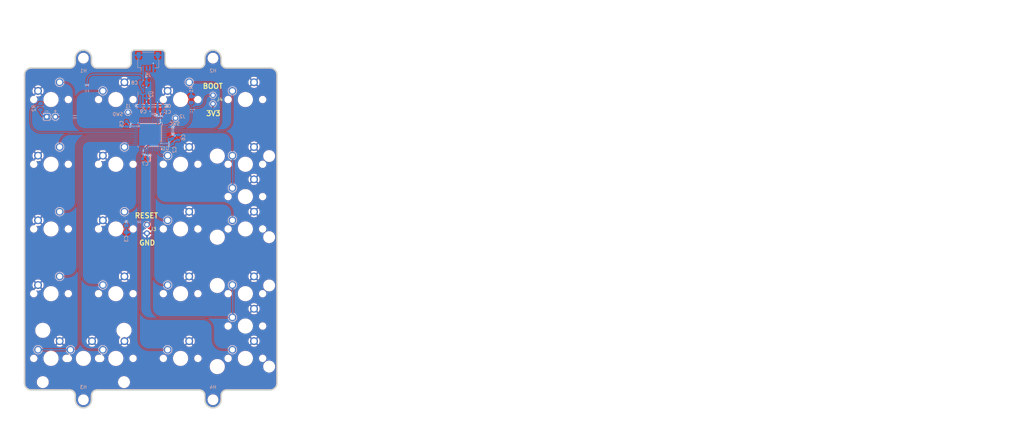
<source format=kicad_pcb>
(kicad_pcb (version 20240108) (generator "pcbnew") (generator_version "8.0")
  (layers (0 "F.Cu" signal) (31 "B.Cu" signal) (34 "B.Paste" user) (35 "F.Paste" user) (36 "B.SilkS" user "B.Silkscreen") (37 "F.SilkS" user "F.Silkscreen") (38 "B.Mask" user) (39 "F.Mask" user) (44 "Edge.Cuts" user))
  (net 0 "")
  (net 1 "GND")
  (net 2 "+3V3")
  (net 3 "NRST")
  (net 4 "+5V")
  (net 5 "SW1")
  (net 6 "SW2")
  (net 7 "SW3")
  (net 8 "SW4")
  (net 9 "SW5")
  (net 10 "SW6")
  (net 11 "SW7")
  (net 12 "SW8")
  (net 13 "SW9")
  (net 14 "SW13")
  (net 15 "SW10")
  (net 16 "SW14")
  (net 17 "SW11")
  (net 18 "SW15")
  (net 19 "SW12")
  (net 20 "SW16")
  (net 21 "SW17")
  (net 22 "SW18")
  (net 23 "SW19")
  (net 24 "SW20")
  (net 34 "Net-(D1-K)")
  (net 36 "D-")
  (net 37 "D+")
  (net 38 "BOOT0")
  (net 39 "LED_NUM")
  (net 40 "SWD")
  (net 42 "SWC")
  (footprint "mx-unsaver:HOLE_BackSpace_Slots" (layer "F.Cu") (at 9.525 76.2)
    (property "Reference" "H5" (hide yes))
    (property "Value" "MountingHole")
  )
  (footprint "mx-unsaver:SW_MX_1u_PCBMount" (layer "F.Cu") (at 38.1 0)
    (property "Reference" "MX10" (hide yes))
    (property "Value" "MX_SW_solder")
  )
  (footprint "mx-unsaver:SW_MX_1u_PCBMount_NoLeft" (layer "F.Cu") (at 19.05 76.2)
    (property "Reference" "MX8" (hide yes))
    (property "Value" "MX_SW_solder")
  )
  (footprint "mx-unsaver:STAB_MX_2u_FixedDistance" (layer "F.Cu") (at 9.525 76.2 180)
    (property "Reference" "S2" (hide yes))
    (property "Value" "MX_stab")
  )
  (footprint "mx-unsaver:SW_MX_1u_PCBMount" (layer "F.Cu") (at 57.15 38.1)
    (property "Reference" "MX11" (hide yes))
    (property "Value" "MX_SW_solder")
  )
  (footprint "mx-unsaver:SW_MX_1u_PCBMount" (layer "F.Cu") (at 0 38.1)
    (property "Reference" "MX17" (hide yes))
    (property "Value" "MX_SW_solder")
  )
  (footprint "mx-unsaver:SW_MX_1u_PCBMount" (layer "F.Cu") (at 57.15 66.675)
    (property "Reference" "MX22" (hide yes))
    (property "Value" "MX_SW_solder")
  )
  (footprint "mx-unsaver:SW_MX_1u_PCBMount" (layer "F.Cu") (at 57.15 76.2)
    (property "Reference" "MX20" (hide yes))
    (property "Value" "MX_SW_solder")
  )
  (footprint "mx-unsaver:SW_MX_1u_PCBMount" (layer "F.Cu") (at 57.15 19.05)
    (property "Reference" "MX6" (hide yes))
    (property "Value" "MX_SW_solder")
  )
  (footprint "mx-unsaver:SW_MX_1u_PCBMount" (layer "F.Cu") (at 38.1 76.2)
    (property "Reference" "MX9" (hide yes))
    (property "Value" "MX_SW_solder")
  )
  (footprint "mx-unsaver:SW_MX_1u_PCBMount_NoRight" (layer "F.Cu") (at 0 76.2)
    (property "Reference" "MX2" (hide yes))
    (property "Value" "MX_SW_solder")
  )
  (footprint "mx-unsaver:SW_MX_1u_PCBMount" (layer "F.Cu") (at 19.05 19.05)
    (property "Reference" "MX18" (hide yes))
    (property "Value" "MX_SW_solder")
  )
  (footprint "mx-unsaver:PinHeader_1x02_P2.54mm_BOOT" (layer "F.Cu") (at 47.625 1.27 180)
    (property "Reference" "J4")
    (property "Value" "Conn_01x02")
  )
  (footprint "mx-unsaver:SW_MX_1u_PCBMount" (layer "F.Cu") (at 57.15 0)
    (property "Reference" "MX1" (hide yes))
    (property "Value" "MX_SW_solder")
  )
  (footprint "mx-unsaver:SW_MX_1u_PCBMount" (layer "F.Cu") (at 0 0)
    (property "Reference" "MX7" (hide yes))
    (property "Value" "MX_SW_solder")
  )
  (footprint "mx-unsaver:SW_MX_1u_PCBMount" (layer "F.Cu") (at 38.1 19.05)
    (property "Reference" "MX14" (hide yes))
    (property "Value" "MX_SW_solder")
  )
  (footprint "mx-unsaver:SW_MX_1u_PCBMount" (layer "F.Cu") (at 19.05 0)
    (property "Reference" "MX13" (hide yes))
    (property "Value" "MX_SW_solder")
  )
  (footprint "mx-unsaver:SW_MX_1u_PCBMount" (layer "F.Cu") (at 38.1 38.1)
    (property "Reference" "MX15" (hide yes))
    (property "Value" "MX_SW_solder")
  )
  (footprint "mx-unsaver:SW_MX_1u_PCBMount" (layer "F.Cu") (at 0 19.05)
    (property "Reference" "MX12" (hide yes))
    (property "Value" "MX_SW_solder")
  )
  (footprint "mx-unsaver:SW_MX_1u_3pin" (layer "F.Cu") (at 9.525 76.2)
    (property "Reference" "MX21" (hide yes))
    (property "Value" "MX_SW_solder")
  )
  (footprint "mx-unsaver:PinHeader_1x02_P2.54mm_BOOT" (layer "F.Cu") (at 28.21 36.83)
    (property "Reference" "J3")
    (property "Value" "Conn_01x02")
  )
  (footprint "mx-unsaver:SW_MX_1u_PCBMount" (layer "F.Cu") (at 0 57.15)
    (property "Reference" "MX3" (hide yes))
    (property "Value" "MX_SW_solder")
  )
  (footprint "mx-unsaver:STAB_MX_2u_FixedDistance" (layer "F.Cu") (at 57.15 28.575 -90)
    (property "Reference" "S1" (hide yes))
    (property "Value" "MX_stab")
  )
  (footprint "mx-unsaver:SW_MX_1u_PCBMount" (layer "F.Cu") (at 57.15 57.15)
    (property "Reference" "MX16" (hide yes))
    (property "Value" "MX_SW_solder")
  )
  (footprint "mx-unsaver:STAB_MX_2u_FixedDistance" (layer "F.Cu") (at 57.15 66.675 -90)
    (property "Reference" "S3" (hide yes))
    (property "Value" "MX_stab")
  )
  (footprint "mx-unsaver:SW_MX_1u_PCBMount" (layer "F.Cu") (at 38.1 57.15)
    (property "Reference" "MX19" (hide yes))
    (property "Value" "MX_SW_solder")
  )
  (footprint "mx-unsaver:SW_MX_1u_PCBMount" (layer "F.Cu") (at 57.15 28.575)
    (property "Reference" "MX23" (hide yes))
    (property "Value" "MX_SW_solder")
  )
  (footprint "mx-unsaver:SW_MX_1u_PCBMount" (layer "F.Cu") (at 19.05 38.1)
    (property "Reference" "MX4" (hide yes))
    (property "Value" "MX_SW_solder")
  )
  (footprint "mx-unsaver:SW_MX_1u_PCBMount" (layer "F.Cu") (at 19.05 57.15)
    (property "Reference" "MX5" (hide yes))
    (property "Value" "MX_SW_solder")
  )
  (footprint "Resistor_SMD:R_0805_2012Metric" (layer "B.Cu") (at 41.2 0 90)
    (property "Reference" "R1")
    (property "Value" "10k")
  )
  (footprint "Capacitor_SMD:C_0805_2012Metric" (layer "B.Cu") (at 27.14 1.85625)
    (property "Reference" "C9")
    (property "Value" "1u")
  )
  (footprint "mx-unsaver:PinHeader_1x01_P2.54mm" (layer "B.Cu") (at 36.61 5.48 180)
    (property "Reference" "J2")
    (property "Value" "Conn_01x01")
  )
  (footprint "mx-unsaver:PinHeader_1x01_P2.54mm" (layer "B.Cu") (at 22.64 3.73 180)
    (property "Reference" "J1")
    (property "Value" "Conn_01x01")
  )
  (footprint "Capacitor_SMD:C_0603_1608Metric" (layer "B.Cu") (at 32.091945 3.633872 180)
    (property "Reference" "C1")
    (property "Value" "100n")
  )
  (footprint "MountingHole:MountingHole_2.7mm_M2.5" (layer "B.Cu") (at 47.625 -12.175)
    (property "Reference" "H2")
    (property "Value" "MountingHole")
  )
  (footprint "MountingHole:MountingHole_2.7mm_M2.5" (layer "B.Cu") (at 47.625 88.375 180)
    (property "Reference" "H4")
    (property "Value" "MountingHole")
  )
  (footprint "Resistor_SMD:R_0805_2012Metric" (layer "B.Cu") (at -3.1 2.1 90)
    (property "Reference" "R2")
    (property "Value" "1k")
  )
  (footprint "MountingHole:MountingHole_2.7mm_M2.5" (layer "B.Cu") (at 9.525 88.375 180)
    (property "Reference" "H3")
    (property "Value" "MountingHole")
  )
  (footprint "mx-unsaver:LED_MX_3mm_Offset_Flipped" (layer "B.Cu") (at 0 0 180)
    (property "Reference" "D1" (hide yes))
    (property "Value" "LED_NUM")
  )
  (footprint "MountingHole:MountingHole_2.7mm_M2.5" (layer "B.Cu") (at 9.525 -12.175)
    (property "Reference" "H1")
    (property "Value" "MountingHole")
  )
  (footprint "Capacitor_SMD:C_0805_2012Metric" (layer "B.Cu") (at 22.15 38.1 -90)
    (property "Reference" "C3")
    (property "Value" "1u")
  )
  (footprint "Capacitor_SMD:C_0603_1608Metric" (layer "B.Cu") (at 32.091945 1.936815 180)
    (property "Reference" "C4")
    (property "Value" "4.7u")
  )
  (footprint "Capacitor_SMD:C_0603_1608Metric" (layer "B.Cu") (at 35.69819 12.331285 90)
    (property "Reference" "C2")
    (property "Value" "100n")
  )
  (footprint "Capacitor_SMD:C_0603_1608Metric" (layer "B.Cu") (at 27.69 17.48)
    (property "Reference" "C7")
    (property "Value" "100n")
  )
  (footprint "Package_TO_SOT_SMD:SOT-23-3" (layer "B.Cu") (at 27.14 -1.54375 90)
    (property "Reference" "U2")
    (property "Value" "XC6206PxxxMR")
  )
  (footprint "Package_QFP:LQFP-48_7x7mm_P0.5mm" (layer "B.Cu") (at 29.1 10.4 90)
    (property "Reference" "U1")
    (property "Value" "STM32F072CBTx")
  )
  (footprint "Capacitor_SMD:C_0805_2012Metric" (layer "B.Cu") (at 27.14 -4.94375)
    (property "Reference" "C8")
    (property "Value" "1u")
  )
  (footprint "Capacitor_SMD:C_0603_1608Metric" (layer "B.Cu") (at 37.465957 11.17 90)
    (property "Reference" "C6")
    (property "Value" "4.7u")
  )
  (footprint "Connector_JST:JST_SH_SM04B-SRSS-TB_1x04-1MP_P1.00mm_Horizontal" (layer "B.Cu") (at 28.575 -11.2)
    (property "Reference" "J5")
    (property "Value" "Conn_01x04_MountingPin")
  )
  (footprint "Capacitor_SMD:C_0603_1608Metric" (layer "B.Cu") (at 22.18 7.19 -90)
    (property "Reference" "C5")
    (property "Value" "100n")
  )
  (gr_line (start 11.925 88.375091) (end 11.925 87.109138) (stroke (width 0.4)) (layer "Edge.Cuts"))
  (gr_arc (start 50.025 87.109138) (mid 50.493638 85.977745) (end 51.625031 85.509107) (stroke (width 0.4)) (layer "Edge.Cuts"))
  (gr_line (start -7.8 -7.308862) (end -7.8 83.509038) (stroke (width 0.4)) (layer "Edge.Cuts"))
  (gr_line (start 50.025 88.375091) (end 50.025 87.109138) (stroke (width 0.4)) (layer "Edge.Cuts"))
  (gr_arc (start -5.799969 85.509091) (mid -7.214185 84.923283) (end -7.799922 83.509038) (stroke (width 0.4)) (layer "Edge.Cuts"))
  (gr_arc (start 50.025 88.375091) (mid 47.625 90.775091) (end 45.225 88.375091) (stroke (width 0.4)) (layer "Edge.Cuts"))
  (gr_line (start -7.799922 83.509038) (end -7.8 83.509038) (stroke (width 0.4)) (layer "Edge.Cuts"))
  (gr_line (start 13.525131 -9.308909) (end 21.981959 -9.308909) (stroke (width 0.4)) (layer "Edge.Cuts"))
  (gr_line (start 50.025078 -10.908962) (end 50.025 -10.908962) (stroke (width 0.4)) (layer "Edge.Cuts"))
  (gr_line (start 24.575031 -14.574893) (end 24.575031 -14.574909) (stroke (width 0.4)) (layer "Edge.Cuts"))
  (gr_arc (start 7.125 -10.908862) (mid 6.658827 -9.779965) (end 5.531959 -9.308909) (stroke (width 0.4)) (layer "Edge.Cuts"))
  (gr_line (start 33.575078 -10.908962) (end 33.575 -10.908962) (stroke (width 0.4)) (layer "Edge.Cuts"))
  (gr_line (start 7.125 -12.174862) (end 7.125 -10.908862) (stroke (width 0.4)) (layer "Edge.Cuts"))
  (gr_arc (start 23.575 -13.574862) (mid 23.867902 -14.281991) (end 24.575031 -14.574893) (stroke (width 0.4)) (layer "Edge.Cuts"))
  (gr_arc (start 11.925 87.109138) (mid 12.393638 85.977745) (end 13.525031 85.509107) (stroke (width 0.4)) (layer "Edge.Cuts"))
  (gr_arc (start 23.575 -10.908862) (mid 23.108827 -9.779965) (end 21.981959 -9.308909) (stroke (width 0.4)) (layer "Edge.Cuts"))
  (gr_line (start 7.125 88.375091) (end 7.125 87.093342) (stroke (width 0.4)) (layer "Edge.Cuts"))
  (gr_line (start -5.799969 -9.308893) (end -5.799969 -9.308909) (stroke (width 0.4)) (layer "Edge.Cuts"))
  (gr_line (start 35.175131 -9.308909) (end 43.631959 -9.308909) (stroke (width 0.4)) (layer "Edge.Cuts"))
  (gr_line (start -5.799969 -9.308909) (end 5.531959 -9.308909) (stroke (width 0.4)) (layer "Edge.Cuts"))
  (gr_arc (start 5.525131 85.509091) (mid 6.650872 85.972198) (end 7.125 87.093342) (stroke (width 0.4)) (layer "Edge.Cuts"))
  (gr_arc (start 11.925 88.375091) (mid 9.525 90.775091) (end 7.125 88.375091) (stroke (width 0.4)) (layer "Edge.Cuts"))
  (gr_arc (start 7.125 -12.174862) (mid 9.532297 -14.574882) (end 11.925 -12.16033) (stroke (width 0.4)) (layer "Edge.Cuts"))
  (gr_arc (start 51.625131 -9.308909) (mid 50.493693 -9.777524) (end 50.025078 -10.908962) (stroke (width 0.4)) (layer "Edge.Cuts"))
  (gr_line (start 33.575 -10.908962) (end 33.575 -13.587451) (stroke (width 0.4)) (layer "Edge.Cuts"))
  (gr_line (start 11.925078 -10.908962) (end 11.925 -10.908962) (stroke (width 0.4)) (layer "Edge.Cuts"))
  (gr_line (start 45.225 -12.174862) (end 45.225 -10.908862) (stroke (width 0.4)) (layer "Edge.Cuts"))
  (gr_line (start 51.625131 -9.308909) (end 64.459031 -9.308909) (stroke (width 0.4)) (layer "Edge.Cuts"))
  (gr_line (start 51.625031 85.509091) (end 64.466776 85.509091) (stroke (width 0.4)) (layer "Edge.Cuts"))
  (gr_line (start 45.225 88.375091) (end 45.225 87.093342) (stroke (width 0.4)) (layer "Edge.Cuts"))
  (gr_line (start 13.525031 85.509107) (end 13.525031 85.509091) (stroke (width 0.4)) (layer "Edge.Cuts"))
  (gr_arc (start 35.175131 -9.308909) (mid 34.043693 -9.777524) (end 33.575078 -10.908962) (stroke (width 0.4)) (layer "Edge.Cuts"))
  (gr_arc (start 64.459031 -9.308909) (mid 65.879434 -8.716926) (end 66.459 -7.291413) (stroke (width 0.4)) (layer "Edge.Cuts"))
  (gr_line (start 50.025 -12.16033) (end 50.025 -10.908962) (stroke (width 0.4)) (layer "Edge.Cuts"))
  (gr_line (start -5.799969 85.509091) (end 5.525131 85.509091) (stroke (width 0.4)) (layer "Edge.Cuts"))
  (gr_arc (start 13.525131 -9.308909) (mid 12.393693 -9.777524) (end 11.925078 -10.908962) (stroke (width 0.4)) (layer "Edge.Cuts"))
  (gr_arc (start 43.625131 85.509091) (mid 44.750872 85.972198) (end 45.225 87.093342) (stroke (width 0.4)) (layer "Edge.Cuts"))
  (gr_arc (start 45.225 -12.174862) (mid 47.632297 -14.574882) (end 50.025 -12.16033) (stroke (width 0.4)) (layer "Edge.Cuts"))
  (gr_arc (start 66.459 83.509138) (mid 65.875958 84.920589) (end 64.466776 85.509091) (stroke (width 0.4)) (layer "Edge.Cuts"))
  (gr_line (start 51.625031 85.509107) (end 51.625031 85.509091) (stroke (width 0.4)) (layer "Edge.Cuts"))
  (gr_line (start 24.575031 -14.574909) (end 32.575031 -14.574909) (stroke (width 0.4)) (layer "Edge.Cuts"))
  (gr_arc (start -7.8 -7.308862) (mid -7.214204 -8.723097) (end -5.799969 -9.308893) (stroke (width 0.4)) (layer "Edge.Cuts"))
  (gr_arc (start 32.575031 -14.574909) (mid 33.277706 -14.286439) (end 33.575 -13.587451) (stroke (width 0.4)) (layer "Edge.Cuts"))
  (gr_line (start 66.459 -7.291413) (end 66.459 83.509138) (stroke (width 0.4)) (layer "Edge.Cuts"))
  (gr_line (start 13.525031 85.509091) (end 43.625131 85.509091) (stroke (width 0.4)) (layer "Edge.Cuts"))
  (gr_line (start 11.925 -12.16033) (end 11.925 -10.908962) (stroke (width 0.4)) (layer "Edge.Cuts"))
  (gr_arc (start 45.225 -10.908862) (mid 44.758827 -9.779965) (end 43.631959 -9.308909) (stroke (width 0.4)) (layer "Edge.Cuts"))
  (gr_line (start 23.575 -10.908862) (end 23.575 -13.574862) (stroke (width 0.4)) (layer "Edge.Cuts"))
  (gr_text "SWD" (at 21.28 4.91 -0) (layer "B.SilkS") (effects (font (size 1 1)) (justify left bottom mirror)))
  (gr_text "SWC" (at 37.99 7.7 0) (layer "B.SilkS") (effects (font (size 1 1)) (justify left bottom mirror)))
  (gr_text "GND" (at 25.79 43.06 0) (layer "F.SilkS") (effects (font (size 1.5 1.5) (thickness 0.3) (bold yes)) (justify left bottom)))
  (gr_text "RESET" (at 24.48 35.05 0) (layer "F.SilkS") (effects (font (size 1.5 1.5) (thickness 0.3) (bold yes)) (justify left bottom)))
  (gr_text "3V3" (at 45.46 4.97 0) (layer "F.SilkS") (effects (font (size 1.5 1.5) (thickness 0.3) (bold yes)) (justify left bottom)))
  (gr_text "BOOT" (at 44.48 -3.07 0) (layer "F.SilkS") (effects (font (size 1.5 1.5) (thickness 0.3) (bold yes)) (justify left bottom)))
  (gr_text "" (at 29.3295 97.566591 0) (layer "Edge.Cuts") (effects (font (size 3.048 2.7432) (thickness 0.381)) (justify top)))
  (via (at 28.07 -3.54) (size 0.6) (drill 0.3) (layers "F.Cu" "B.Cu") (net 1))
  (via (at 34.63753 12.543417) (size 0.6) (drill 0.3) (layers "F.Cu" "B.Cu") (net 1))
  (via (at 30.07 -10.66) (size 0.6) (drill 0.3) (layers "F.Cu" "B.Cu") (net 1))
  (via (at 27.91 -6.6) (size 0.6) (drill 0.3) (layers "F.Cu" "B.Cu") (net 1))
  (via (at 36.476007 10.70494) (size 0.6) (drill 0.3) (layers "F.Cu" "B.Cu") (net 1))
  (via (at 28.09 0.66625) (size 0.6) (drill 0.3) (layers "F.Cu" "B.Cu") (net 1))
  (via (at 29.14 3.49) (size 0.6) (drill 0.3) (layers "F.Cu" "B.Cu") (net 1))
  (via (at 31.696212 4.972346) (size 0.6) (drill 0.3) (layers "F.Cu" "B.Cu") (net 1))
  (via (at 23.19 8.15) (size 0.6) (drill 0.3) (layers "F.Cu" "B.Cu") (net 1))
  (via (at 28.198992 16.375067) (size 0.6) (drill 0.3) (layers "F.Cu" "B.Cu") (net 1))
  (via (at 31.29 0.79) (size 0.6) (drill 0.3) (layers "F.Cu" "B.Cu") (net 1))
  (segment (start 30.075 -10.66) (end 30.07 -10.66) (width 0.5) (layer "B.Cu") (net 1))
  (segment (start 34.530947 12.649999) (end 34.63753 12.543417) (width 0.3) (layer "B.Cu") (net 1))
  (segment (start 31.699999 4.016926) (end 31.699999 4.972347) (width 0.5) (layer "B.Cu") (net 1))
  (segment (start 28.09 -3.54) (end 28.07 -3.54) (width 0.5) (layer "B.Cu") (net 1))
  (segment (start 28.35 16.375067) (end 28.198992 16.375067) (width 0.3) (layer "B.Cu") (net 1))
  (segment (start 28.465 17.48) (end 28.198992 17.48) (width 0.3) (layer "B.Cu") (net 1))
  (segment (start 28.09 1.85625) (end 28.09 0.66625) (width 0.5) (layer "B.Cu") (net 1))
  (segment (start 28.09 -4.94375) (end 28.09 -3.54) (width 0.5) (layer "B.Cu") (net 1))
  (segment (start 36.785947 10.395) (end 37.465957 10.395) (width 0.5) (layer "B.Cu") (net 1))
  (segment (start 28.35 15.74) (end 28.35 16.16586) (width 0.3) (layer "B.Cu") (net 1))
  (segment (start 31.349999 5.318559) (end 31.696212 4.972346) (width 0.3) (layer "B.Cu") (net 1))
  (segment (start 31.316945 3.633872) (end 31.699999 4.016926) (width 0.5) (layer "B.Cu") (net 1))
  (segment (start 31.316945 1.936815) (end 31.316945 0.816945) (width 0.5) (layer "B.Cu") (net 1))
  (segment (start 28.35 14.5625) (end 28.35 15.74) (width 0.3) (layer "B.Cu") (net 1))
  (segment (start 30.075 -9.2) (end 30.075 -10.66) (width 0.5) (layer "B.Cu") (net 1))
  (segment (start 23.005 7.965) (end 23.19 8.15) (width 0.5) (layer "B.Cu") (net 1))
  (segment (start 34.711057 12.543417) (end 34.63753 12.543417) (width 0.5) (layer "B.Cu") (net 1))
  (segment (start 36.476007 10.70494) (end 36.785947 10.395) (width 0.5) (layer "B.Cu") (net 1))
  (segment (start 31.349999 6.2375) (end 31.349999 5.318559) (width 0.3) (layer "B.Cu") (net 1))
  (segment (start 28.35 15.74) (end 28.35 16.375067) (width 0.3) (layer "B.Cu") (net 1))
  (segment (start 22.18 7.965) (end 23.005 7.965) (width 0.5) (layer "B.Cu") (net 1))
  (segment (start 28.09 -0.40625) (end 28.09 0.66625) (width 0.5) (layer "B.Cu") (net 1))
  (segment (start 31.316945 1.936815) (end 31.316945 3.633872) (width 0.5) (layer "B.Cu") (net 1))
  (segment (start 28.198992 17.48) (end 28.198992 16.375067) (width 0.3) (layer "B.Cu") (net 1))
  (segment (start 35.69819 11.556285) (end 34.711057 12.543417) (width 0.5) (layer "B.Cu") (net 1))
  (segment (start 24.9375 8.15) (end 23.19 8.15) (width 0.3) (layer "B.Cu") (net 1))
  (segment (start 35.69819 11.556285) (end 36.476007 10.778467) (width 0.5) (layer "B.Cu") (net 1))
  (segment (start 31.349999 6.2375) (end 31.350001 5.497138) (width 0.3) (layer "B.Cu") (net 1))
  (segment (start 31.316945 0.816945) (end 31.29 0.79) (width 0.5) (layer "B.Cu") (net 1))
  (segment (start 33.2625 12.649999) (end 34.530947 12.649999) (width 0.3) (layer "B.Cu") (net 1))
  (segment (start 24.9375 8.15) (end 23.44 8.15) (width 0.3) (layer "B.Cu") (net 1))
  (segment (start 36.476007 10.778467) (end 36.476007 10.70494) (width 0.5) (layer "B.Cu") (net 1))
  (segment (start 34.14 1.84) (end 34.14 1.86) (width 0.5) (layer "F.Cu") (net 2))
  (segment (start 31.021235 13.391945) (end 34.63753 13.391945) (width 0.5) (layer "F.Cu") (net 2))
  (segment (start 23.472248 7.452248) (end 23.42 7.4) (width 0.5) (layer "F.Cu") (net 2))
  (segment (start 25.16 1.84) (end 34.14 1.84) (width 0.5) (layer "F.Cu") (net 2))
  (segment (start 27.425394 15.391945) (end 27.425394 16.171227) (width 0.5) (layer "F.Cu") (net 2))
  (segment (start 47.625 1.9) (end 47.625 1.27) (width 0.5) (layer "F.Cu") (net 2))
  (segment (start 32.021235 7.452248) (end 32.021235 12.391945) (width 0.5) (layer "F.Cu") (net 2))
  (segment (start 32.483281 4.829076) (end 32.483281 4.7) (width 0.5) (layer "F.Cu") (net 2))
  (segment (start 30.819153 7.452248) (end 23.472248 7.452248) (width 0.5) (layer "F.Cu") (net 2))
  (segment (start 32.083281 7.452248) (end 32.021235 7.452248) (width 0.5) (layer "F.Cu") (net 2))
  (segment (start 32.483281 4.829076) (end 32.483281 7.052248) (width 0.5) (layer "F.Cu") (net 2))
  (segment (start 33.883281 3.3) (end 46.225 3.3) (width 0.5) (layer "F.Cu") (net 2))
  (segment (start 30.819153 7.452248) (end 32.021235 7.452248) (width 0.5) (layer "F.Cu") (net 2))
  (segment (start 31.021235 13.391945) (end 29.425394 13.391945) (width 0.5) (layer "F.Cu") (net 2))
  (via (at 27.425394 16.171227) (size 0.6) (drill 0.3) (layers "F.Cu" "B.Cu") (net 2))
  (via (at 23.448987 7.360536) (size 0.6) (drill 0.3) (layers "F.Cu" "B.Cu") (net 2))
  (via (at 34.63753 13.391945) (size 0.6) (drill 0.3) (layers "F.Cu" "B.Cu") (net 2))
  (via (at 32.483281 4.829076) (size 0.6) (drill 0.3) (layers "F.Cu" "B.Cu") (net 2))
  (via (at 25.16 1.84) (size 0.6) (drill 0.3) (layers "F.Cu" "B.Cu") (net 2))
  (via (at 34.14 1.86) (size 0.6) (drill 0.3) (layers "F.Cu" "B.Cu") (net 2))
  (arc (start 29.425394 13.391945) (mid 28.01118 13.977731) (end 27.425394 15.391945) (width 0.5) (layer "F.Cu") (net 2))
  (arc (start 32.083281 7.452248) (mid 32.366124 7.335091) (end 32.483281 7.052248) (width 0.5) (layer "F.Cu") (net 2))
  (arc (start 31.021235 13.391945) (mid 31.728342 13.099052) (end 32.021235 12.391945) (width 0.5) (layer "F.Cu") (net 2))
  (arc (start 32.483281 4.7) (mid 32.893332 3.710051) (end 33.883281 3.3) (width 0.5) (layer "F.Cu") (net 2))
  (arc (start 47.625 1.9) (mid 47.214949 2.889949) (end 46.225 3.3) (width 0.5) (layer "F.Cu") (net 2))
  (segment (start 27.074304 17.493165) (end 27.074304 16.936531) (width 0.5) (layer "B.Cu") (net 2))
  (segment (start 35.41253 13.391945) (end 34.63753 13.391945) (width 0.5) (layer "B.Cu") (net 2))
  (segment (start 32.866945 1.936815) (end 32.866945 1.816945) (width 0.5) (layer "B.Cu") (net 2))
  (segment (start 23.448987 7.371013) (end 23.448987 7.360536) (width 0.3) (layer "B.Cu") (net 2))
  (segment (start 32.574053 4.738304) (end 32.483281 4.829076) (width 0.5) (layer "B.Cu") (net 2))
  (segment (start 32.866945 1.816945) (end 32.762893 1.712893) (width 0.5) (layer "B.Cu") (net 2))
  (segment (start 23.02 7.265) (end 23.02 7.255) (width 0.5) (layer "B.Cu") (net 2))
  (segment (start 32.192469 13.15) (end 33.2625 13.15) (width 0.3) (layer "B.Cu") (net 2))
  (segment (start 35.69819 13.106285) (end 35.41253 13.391945) (width 0.5) (layer "B.Cu") (net 2))
  (segment (start 33.2625 13.15) (end 34.395585 13.15) (width 0.3) (layer "B.Cu") (net 2))
  (segment (start 34.395585 13.15) (end 34.63753 13.391945) (width 0.3) (layer "B.Cu") (net 2))
  (segment (start 32.483281 5.104517) (end 32.483281 4.829076) (width 0.3) (layer "B.Cu") (net 2))
  (segment (start 23.448987 7.360536) (end 23.353451 7.265) (width 0.5) (layer "B.Cu") (net 2))
  (segment (start 23.42 7.4) (end 23.448987 7.371013) (width 0.3) (layer "B.Cu") (net 2))
  (segment (start 31.85 14.5625) (end 31.85 13.492469) (width 0.3) (layer "B.Cu") (net 2))
  (segment (start 26.19 1.85625) (end 26.19 -0.40625) (width 0.5) (layer "B.Cu") (net 2))
  (segment (start 24.9375 7.649999) (end 24.937498 7.650001) (width 0.3) (layer "B.Cu") (net 2))
  (segment (start 23.67 7.65) (end 23.42 7.4) (width 0.3) (layer "B.Cu") (net 2))
  (segment (start 32.866945 1.86) (end 32.866945 1.936815) (width 0.5) (layer "B.Cu") (net 2))
  (segment (start 27.367197 16.229424) (end 27.425394 16.171227) (width 0.5) (layer "B.Cu") (net 2))
  (segment (start 32.866946 3.633872) (end 32.866946 1.936815) (width 0.5) (layer "B.Cu") (net 2))
  (segment (start 35.69819 13.106285) (end 35.69819 12.992113) (width 0.5) (layer "B.Cu") (net 2))
  (segment (start 32.866946 3.633872) (end 32.866946 4.031197) (width 0.5) (layer "B.Cu") (net 2))
  (segment (start 24.9375 7.65) (end 23.67 7.65) (width 0.3) (layer "B.Cu") (net 2))
  (segment (start 27.85 14.5625) (end 27.85 15.332407) (width 0.3) (layer "B.Cu") (net 2))
  (segment (start 35.69819 12.992113) (end 36.745303 11.945) (width 0.5) (layer "B.Cu") (net 2))
  (segment (start 27.557107 16.039514) (end 27.425394 16.171227) (width 0.3) (layer "B.Cu") (net 2))
  (segment (start 26.19 1.85625) (end 25.16 1.85625) (width 0.5) (layer "B.Cu") (net 2))
  (segment (start 31.85 5.737797) (end 32.245118 5.342679) (width 0.3) (layer "B.Cu") (net 2))
  (segment (start 34.14 1.86) (end 32.866945 1.86) (width 0.5) (layer "B.Cu") (net 2))
  (segment (start 23.02 7.255) (end 22.18 6.415) (width 0.5) (layer "B.Cu") (net 2))
  (segment (start 23.353451 7.265) (end 23.02 7.265) (width 0.5) (layer "B.Cu") (net 2))
  (segment (start 22.18 6.57) (end 22.18 6.535) (width 0.5) (layer "B.Cu") (net 2))
  (segment (start 31.85 13.492469) (end 32.192469 13.15) (width 0.3) (layer "B.Cu") (net 2))
  (segment (start 31.85 6.2375) (end 31.85 5.737797) (width 0.3) (layer "B.Cu") (net 2))
  (segment (start 36.745303 11.945) (end 37.465957 11.945) (width 0.5) (layer "B.Cu") (net 2))
  (segment (start 25.16 1.85625) (end 25.16 1.84) (width 0.5) (layer "B.Cu") (net 2))
  (segment (start 32.245118 5.342679) (end 32.483281 5.104517) (width 0.3) (layer "B.Cu") (net 2))
  (arc (start 27.367197 16.229424) (mid 27.150424 16.553847) (end 27.074304 16.936531) (width 0.5) (layer "B.Cu") (net 2))
  (arc (start 32.866946 4.031197) (mid 32.790826 4.41388) (end 32.574053 4.738304) (width 0.5) (layer "B.Cu") (net 2))
  (arc (start 27.85 15.332407) (mid 27.77388 15.71509) (end 27.557107 16.039514) (width 0.3) (layer "B.Cu") (net 2))
  (segment (start 28.995376 16.452469) (end 28.995376 36.83) (width 0.2) (layer "F.Cu") (net 3))
  (segment (start 28.21 36.83) (end 28.21 36.04) (width 0.2) (layer "F.Cu") (net 3))
  (segment (start 28.995376 36.83) (end 28.21 36.83) (width 0.2) (layer "F.Cu") (net 3))
  (segment (start 28.21 36.04) (end 22.16 36.04) (width 0.2) (layer "F.Cu") (net 3))
  (via (at 28.995376 16.452469) (size 0.6) (drill 0.3) (layers "F.Cu" "B.Cu") (net 3))
  (via (at 22.16 36.04) (size 0.6) (drill 0.3) (layers "F.Cu" "B.Cu") (net 3))
  (segment (start 28.85 16.307093) (end 28.995376 16.452469) (width 0.2) (layer "B.Cu") (net 3))
  (segment (start 22.15 37.15) (end 22.15 36.04) (width 0.5) (layer "B.Cu") (net 3))
  (segment (start 28.85 14.5625) (end 28.85 16.307093) (width 0.2) (layer "B.Cu") (net 3))
  (segment (start 22.15 36.04) (end 22.16 36.04) (width 0.5) (layer "B.Cu") (net 3))
  (segment (start 1.27 5.08) (end 7.62 5.08) (width 0.5) (layer "F.Cu") (net 4))
  (segment (start 10.62 2.08) (end 10.62 -4.25) (width 0.5) (layer "F.Cu") (net 4))
  (via (at 10.62 -4.25) (size 0.6) (drill 0.3) (layers "F.Cu" "B.Cu") (net 4))
  (arc (start 10.62 2.08) (mid 9.74132 4.20132) (end 7.62 5.08) (width 0.5) (layer "F.Cu") (net 4))
  (segment (start 26.275 -4.94375) (end 26.19 -4.94375) (width 0.5) (layer "B.Cu") (net 4))
  (segment (start 26.19 -4.459677) (end 26.19 -4.94375) (width 0.5) (layer "B.Cu") (net 4))
  (segment (start 27.075 -5.74375) (end 27.075 -5.97) (width 0.5) (layer "B.Cu") (net 4))
  (segment (start 10.62 -4.25) (end 10.62 -5.47) (width 0.5) (layer "B.Cu") (net 4))
  (segment (start 27.14 -2.68125) (end 26.775786 -3.045464) (width 0.5) (layer "B.Cu") (net 4))
  (segment (start 27.075 -5.74375) (end 27.075 -9.2) (width 0.5) (layer "B.Cu") (net 4))
  (segment (start 12.62 -7.47) (end 25.675 -7.47) (width 0.5) (layer "B.Cu") (net 4))
  (arc (start 26.19 -4.459677) (mid 26.342241 -3.69431) (end 26.775786 -3.045464) (width 0.5) (layer "B.Cu") (net 4))
  (arc (start 10.62 -5.47) (mid 11.205786 -6.884214) (end 12.62 -7.47) (width 0.5) (layer "B.Cu") (net 4))
  (arc (start 26.275 -4.94375) (mid 26.840685 -5.178065) (end 27.075 -5.74375) (width 0.5) (layer "B.Cu") (net 4))
  (arc (start 25.675 -7.47) (mid 26.664949 -7.059949) (end 27.075 -6.07) (width 0.5) (layer "B.Cu") (net 4))
  (segment (start 8.2 71.66) (end 8.2 14.3) (width 0.2) (layer "B.Cu") (net 5))
  (segment (start -3.81 73.66) (end 5.715 73.66) (width 0.5) (layer "B.Cu") (net 5))
  (segment (start 11.2 11.3) (end 23.195836 11.3) (width 0.2) (layer "B.Cu") (net 5))
  (segment (start 23.54939 11.446447) (end 23.606496 11.503553) (width 0.2) (layer "B.Cu") (net 5))
  (segment (start 5.715 73.66) (end 6.2 73.66) (width 0.2) (layer "B.Cu") (net 5))
  (segment (start 23.960049 11.649999) (end 24.9375 11.649999) (width 0.2) (layer "B.Cu") (net 5))
  (arc (start 6.2 73.66) (mid 7.614214 73.074214) (end 8.2 71.66) (width 0.2) (layer "B.Cu") (net 5))
  (arc (start 23.960049 11.649999) (mid 23.768708 11.611939) (end 23.606496 11.503553) (width 0.2) (layer "B.Cu") (net 5))
  (arc (start 23.54939 11.446447) (mid 23.387178 11.33806) (end 23.195836 11.3) (width 0.2) (layer "B.Cu") (net 5))
  (arc (start 8.2 14.3) (mid 9.07868 12.17868) (end 11.2 11.3) (width 0.2) (layer "B.Cu") (net 5))
  (segment (start 24.9375 9.150001) (end 23.849999 9.150001) (width 0.2) (layer "B.Cu") (net 6))
  (segment (start 23.849999 9.150001) (end 23.8 9.2) (width 0.2) (layer "B.Cu") (net 6))
  (segment (start 23.8 9.2) (end 9.96 9.2) (width 0.2) (layer "B.Cu") (net 6))
  (segment (start 3.76 -5.08) (end 2.54 -5.08) (width 0.2) (layer "B.Cu") (net 6))
  (segment (start 6.76 6) (end 6.76 -2.08) (width 0.2) (layer "B.Cu") (net 6))
  (arc (start 9.96 9.2) (mid 7.697258 8.262742) (end 6.76 6) (width 0.2) (layer "B.Cu") (net 6))
  (arc (start 3.76 -5.08) (mid 5.88132 -4.20132) (end 6.76 -2.08) (width 0.2) (layer "B.Cu") (net 6))
  (segment (start 23.95 10.15) (end 24.9375 10.15) (width 0.2) (layer "B.Cu") (net 7))
  (segment (start 2.54 13.97) (end 2.54 13.1) (width 0.2) (layer "B.Cu") (net 7))
  (segment (start 5.54 10.1) (end 23.9 10.1) (width 0.2) (layer "B.Cu") (net 7))
  (segment (start 23.9 10.1) (end 23.95 10.15) (width 0.2) (layer "B.Cu") (net 7))
  (arc (start 2.54 13.1) (mid 3.41868 10.97868) (end 5.54 10.1) (width 0.2) (layer "B.Cu") (net 7))
  (segment (start 11.2 10.5) (end 23.651471 10.5) (width 0.2) (layer "B.Cu") (net 8))
  (segment (start 24.2 10.65) (end 23.932671 10.65) (width 0.2) (layer "B.Cu") (net 8))
  (segment (start 7.4 30.02) (end 7.4 14.3) (width 0.2) (layer "B.Cu") (net 8))
  (segment (start 24.9375 10.65) (end 24.2 10.65) (width 0.2) (layer "B.Cu") (net 8))
  (segment (start 23.967157 10.65) (end 24.9375 10.65) (width 0.2) (layer "B.Cu") (net 8))
  (segment (start 2.54 33.02) (end 4.4 33.02) (width 0.2) (layer "B.Cu") (net 8))
  (segment (start 23.792893 10.558579) (end 23.825736 10.591422) (width 0.2) (layer "B.Cu") (net 8))
  (arc (start 23.825736 10.591422) (mid 23.890621 10.634776) (end 23.967157 10.65) (width 0.2) (layer "B.Cu") (net 8))
  (arc (start 4.4 33.02) (mid 6.52132 32.14132) (end 7.4 30.02) (width 0.2) (layer "B.Cu") (net 8))
  (arc (start 23.651471 10.5) (mid 23.728008 10.515224) (end 23.792893 10.558579) (width 0.2) (layer "B.Cu") (net 8))
  (arc (start 11.2 10.5) (mid 8.512994 11.612994) (end 7.4 14.3) (width 0.2) (layer "B.Cu") (net 8))
  (segment (start 23.934314 11.15) (end 24.9375 11.15) (width 0.2) (layer "B.Cu") (net 9))
  (segment (start 23.730761 11.062132) (end 23.656497 10.987868) (width 0.2) (layer "B.Cu") (net 9))
  (segment (start 7.8 14.3) (end 7.8 49.07) (width 0.2) (layer "B.Cu") (net 9))
  (segment (start 24.9375 11.15) (end 23.942893 11.15) (width 0.2) (layer "B.Cu") (net 9))
  (segment (start 4.8 52.07) (end 2.54 52.07) (width 0.2) (layer "B.Cu") (net 9))
  (segment (start 23.444365 10.9) (end 11.2 10.9) (width 0.2) (layer "B.Cu") (net 9))
  (arc (start 4.8 52.07) (mid 6.92132 51.19132) (end 7.8 49.07) (width 0.2) (layer "B.Cu") (net 9))
  (arc (start 23.942893 11.15) (mid 23.828088 11.127164) (end 23.730761 11.062132) (width 0.2) (layer "B.Cu") (net 9))
  (arc (start 23.444365 10.9) (mid 23.55917 10.922836) (end 23.656497 10.987868) (width 0.2) (layer "B.Cu") (net 9))
  (arc (start 11.2 10.9) (mid 8.795837 11.895837) (end 7.8 14.3) (width 0.2) (layer "B.Cu") (net 9))
  (segment (start 15.24 73.66) (end 11.6 73.66) (width 0.2) (layer "B.Cu") (net 10))
  (segment (start 11.2 11.7) (end 23.03015 11.7) (width 0.2) (layer "B.Cu") (net 10))
  (segment (start 23.383704 11.846447) (end 23.540811 12.003554) (width 0.2) (layer "B.Cu") (net 10))
  (segment (start 23.894364 12.15) (end 24.9375 12.15) (width 0.2) (layer "B.Cu") (net 10))
  (segment (start 8.6 70.66) (end 8.6 14.3) (width 0.2) (layer "B.Cu") (net 10))
  (arc (start 23.540811 12.003554) (mid 23.703023 12.11194) (end 23.894364 12.15) (width 0.2) (layer "B.Cu") (net 10))
  (arc (start 11.6 73.66) (mid 9.47868 72.78132) (end 8.6 70.66) (width 0.2) (layer "B.Cu") (net 10))
  (arc (start 11.2 11.7) (mid 9.361522 12.461522) (end 8.6 14.3) (width 0.2) (layer "B.Cu") (net 10))
  (arc (start 23.383704 11.846447) (mid 23.221492 11.73806) (end 23.03015 11.7) (width 0.2) (layer "B.Cu") (net 10))
  (segment (start 23.598579 8.741421) (end 23.631422 8.708578) (width 0.2) (layer "B.Cu") (net 11))
  (segment (start 7.16 0.46) (end 7.16 6) (width 0.2) (layer "B.Cu") (net 11))
  (segment (start 15.24 -2.54) (end 10.16 -2.54) (width 0.2) (layer "B.Cu") (net 11))
  (segment (start 9.96 8.8) (end 23.457157 8.8) (width 0.2) (layer "B.Cu") (net 11))
  (segment (start 23.772843 8.65) (end 24.9375 8.65) (width 0.2) (layer "B.Cu") (net 11))
  (arc (start 23.631422 8.708578) (mid 23.696307 8.665224) (end 23.772843 8.65) (width 0.2) (layer "B.Cu") (net 11))
  (arc (start 7.16 6) (mid 7.980101 7.979899) (end 9.96 8.8) (width 0.2) (layer "B.Cu") (net 11))
  (arc (start 23.598579 8.741421) (mid 23.533694 8.784776) (end 23.457157 8.8) (width 0.2) (layer "B.Cu") (net 11))
  (arc (start 7.16 0.46) (mid 8.03868 -1.66132) (end 10.16 -2.54) (width 0.2) (layer "B.Cu") (net 11))
  (segment (start 21.59 13.15) (end 21.59 13.97) (width 0.3) (layer "B.Cu") (net 12))
  (segment (start 24.9375 13.15) (end 21.59 13.15) (width 0.3) (layer "B.Cu") (net 12))
  (segment (start 25.365 17.162991) (end 25.365 30.02) (width 0.2) (layer "B.Cu") (net 13))
  (segment (start 26.349999 14.5625) (end 26.349999 14.891251) (width 0.2) (layer "B.Cu") (net 13))
  (segment (start 22.365 33.02) (end 21.59 33.02) (width 0.2) (layer "B.Cu") (net 13))
  (segment (start 26.35 14.5625) (end 26.35 14.852507) (width 0.2) (layer "B.Cu") (net 13))
  (segment (start 26.057107 15.559614) (end 26.009365 15.607356) (width 0.2) (layer "B.Cu") (net 13))
  (arc (start 25.365 30.02) (mid 24.48632 32.14132) (end 22.365 33.02) (width 0.2) (layer "B.Cu") (net 13))
  (arc (start 26.35 14.852507) (mid 26.27388 15.23519) (end 26.057107 15.559614) (width 0.2) (layer "B.Cu") (net 13))
  (arc (start 26.009365 15.607356) (mid 25.532465 16.321087) (end 25.365 17.162991) (width 0.2) (layer "B.Cu") (net 13))
  (segment (start 22.864464 12.1) (end 11.2 12.1) (width 0.2) (layer "B.Cu") (net 14))
  (segment (start 23.218018 12.246447) (end 23.475125 12.503554) (width 0.2) (layer "B.Cu") (net 14))
  (segment (start 12 54.61) (end 15.24 54.61) (width 0.2) (layer "B.Cu") (net 14))
  (segment (start 24.9375 12.65) (end 23.828678 12.65) (width 0.2) (layer "B.Cu") (net 14))
  (segment (start 9 14.3) (end 9 51.61) (width 0.2) (layer "B.Cu") (net 14))
  (arc (start 23.218018 12.246447) (mid 23.055806 12.13806) (end 22.864464 12.1) (width 0.2) (layer "B.Cu") (net 14))
  (arc (start 11.2 12.1) (mid 9.644365 12.744365) (end 9 14.3) (width 0.2) (layer "B.Cu") (net 14))
  (arc (start 23.475125 12.503554) (mid 23.637337 12.61194) (end 23.828678 12.65) (width 0.2) (layer "B.Cu") (net 14))
  (arc (start 12 54.61) (mid 9.87868 53.73132) (end 9 51.61) (width 0.2) (layer "B.Cu") (net 14))
  (segment (start 28.765 73.66) (end 34.29 73.66) (width 0.2) (layer "B.Cu") (net 15))
  (segment (start 25.765 17.162991) (end 25.765 70.66) (width 0.2) (layer "B.Cu") (net 15))
  (segment (start 26.85 14.5625) (end 26.85 15.083879) (width 0.2) (layer "B.Cu") (net 15))
  (segment (start 26.674264 15.508143) (end 26.292208 15.890199) (width 0.2) (layer "B.Cu") (net 15))
  (arc (start 26.292208 15.890199) (mid 25.902017 16.474161) (end 25.765 17.162991) (width 0.2) (layer "B.Cu") (net 15))
  (arc (start 26.85 15.083879) (mid 26.804328 15.313489) (end 26.674264 15.508143) (width 0.2) (layer "B.Cu") (net 15))
  (arc (start 25.765 70.66) (mid 26.64368 72.78132) (end 28.765 73.66) (width 0.2) (layer "B.Cu") (net 15))
  (segment (start 33.2625 8.649999) (end 33.2625 8.65) (width 0.2) (layer "B.Cu") (net 16))
  (segment (start 47 -5.08) (end 40.64 -5.08) (width 0.2) (layer "B.Cu") (net 16))
  (segment (start 50 6.150001) (end 50 -2.08) (width 0.2) (layer "B.Cu") (net 16))
  (segment (start 33.2625 8.65) (end 34.21257 8.65) (width 0.2) (layer "B.Cu") (net 16))
  (segment (start 34.21257 8.65) (end 34.312571 8.750001) (width 0.2) (layer "B.Cu") (net 16))
  (segment (start 34.312571 8.750001) (end 47.4 8.750001) (width 0.2) (layer "B.Cu") (net 16))
  (arc (start 47 -5.08) (mid 49.12132 -4.20132) (end 50 -2.08) (width 0.2) (layer "B.Cu") (net 16))
  (arc (start 50 6.150001) (mid 49.238478 7.988479) (end 47.4 8.750001) (width 0.2) (layer "B.Cu") (net 16))
  (segment (start 32.95 16.51) (end 34.29 16.51) (width 0.3) (layer "B.Cu") (net 17))
  (segment (start 31.35 14.5625) (end 31.35 14.91) (width 0.3) (layer "B.Cu") (net 17))
  (arc (start 31.35 14.91) (mid 31.818629 16.041371) (end 32.95 16.51) (width 0.3) (layer "B.Cu") (net 17))
  (segment (start 30.4 14.612501) (end 30.4 32.56) (width 0.2) (layer "B.Cu") (net 18))
  (segment (start 30.349999 14.5625) (end 30.4 14.612501) (width 0.2) (layer "B.Cu") (net 18))
  (segment (start 33.4 35.56) (end 34.29 35.56) (width 0.2) (layer "B.Cu") (net 18))
  (arc (start 33.4 35.56) (mid 31.27868 34.68132) (end 30.4 32.56) (width 0.2) (layer "B.Cu") (net 18))
  (segment (start 29.908579 15.592641) (end 29.941422 15.625484) (width 0.2) (layer "B.Cu") (net 19))
  (segment (start 30 15.766905) (end 30 51.61) (width 0.2) (layer "B.Cu") (net 19))
  (segment (start 29.85 14.5625) (end 29.85 15.451219) (width 0.2) (layer "B.Cu") (net 19))
  (segment (start 33 54.61) (end 34.29 54.61) (width 0.2) (layer "B.Cu") (net 19))
  (arc (start 29.908579 15.592641) (mid 29.865224 15.527756) (end 29.85 15.451219) (width 0.2) (layer "B.Cu") (net 19))
  (arc (start 30 15.766905) (mid 29.984776 15.690369) (end 29.941422 15.625484) (width 0.2) (layer "B.Cu") (net 19))
  (arc (start 30 51.61) (mid 30.87868 53.73132) (end 33 54.61) (width 0.2) (layer "B.Cu") (net 19))
  (segment (start 26.165 61.535819) (end 26.165 33.6) (width 0.2) (layer "B.Cu") (net 20))
  (segment (start 26.57505 16.173043) (end 27.174264 15.573829) (width 0.2) (layer "B.Cu") (net 20))
  (segment (start 44.6 64.535819) (end 29.165 64.535819) (width 0.2) (layer "B.Cu") (net 20))
  (segment (start 26.165 33.6) (end 26.165 17.162992) (width 0.2) (layer "B.Cu") (net 20))
  (segment (start 53.34 73.66) (end 50.6 73.66) (width 0.2) (layer "B.Cu") (net 20))
  (segment (start 47.6 70.66) (end 47.6 67.535819) (width 0.2) (layer "B.Cu") (net 20))
  (segment (start 27.35 15.149565) (end 27.35 14.5625) (width 0.2) (layer "B.Cu") (net 20))
  (arc (start 50.6 73.66) (mid 48.47868 72.78132) (end 47.6 70.66) (width 0.2) (layer "B.Cu") (net 20))
  (arc (start 47.6 67.535819) (mid 46.72132 65.414499) (end 44.6 64.535819) (width 0.2) (layer "B.Cu") (net 20))
  (arc (start 26.165 17.162992) (mid 26.271569 16.627236) (end 26.57505 16.173043) (width 0.2) (layer "B.Cu") (net 20))
  (arc (start 27.174264 15.573829) (mid 27.304328 15.379175) (end 27.35 15.149565) (width 0.2) (layer "B.Cu") (net 20))
  (arc (start 26.165 61.535819) (mid 27.04368 63.657139) (end 29.165 64.535819) (width 0.2) (layer "B.Cu") (net 20))
  (segment (start 53.34 6.150001) (end 53.34 -2.54) (width 0.2) (layer "B.Cu") (net 21))
  (segment (start 33.2625 9.150001) (end 50.34 9.150001) (width 0.2) (layer "B.Cu") (net 21))
  (arc (start 50.34 9.150001) (mid 52.46132 8.271321) (end 53.34 6.150001) (width 0.2) (layer "B.Cu") (net 21))
  (segment (start 53.34 12.550001) (end 53.34 16.51) (width 0.2) (layer "B.Cu") (net 22))
  (segment (start 34.3 9.550001) (end 50.34 9.550001) (width 0.2) (layer "B.Cu") (net 22))
  (segment (start 33.2625 9.65) (end 34.03 9.65) (width 0.2) (layer "B.Cu") (net 22))
  (segment (start 53.34 26.035) (end 53.445 26.035) (width 0.5) (layer "B.Cu") (net 22))
  (segment (start 34.03 9.65) (end 34.035 9.645) (width 0.2) (layer "B.Cu") (net 22))
  (segment (start 33.2625 9.65) (end 34.200001 9.65) (width 0.2) (layer "B.Cu") (net 22))
  (segment (start 53.445 16.51) (end 53.34 16.51) (width 0.5) (layer "B.Cu") (net 22))
  (segment (start 53.445 26.035) (end 53.445 16.51) (width 0.5) (layer "B.Cu") (net 22))
  (segment (start 34.200001 9.65) (end 34.3 9.550001) (width 0.2) (layer "B.Cu") (net 22))
  (arc (start 50.34 9.550001) (mid 52.46132 10.428681) (end 53.34 12.550001) (width 0.2) (layer "B.Cu") (net 22))
  (segment (start 30.85 14.5625) (end 30.85 15.52) (width 0.2) (layer "B.Cu") (net 23))
  (segment (start 30.85 15.52) (end 30.8 15.57) (width 0.2) (layer "B.Cu") (net 23))
  (segment (start 33.8 30.5) (end 50.34 30.5) (width 0.2) (layer "B.Cu") (net 23))
  (segment (start 30.8 15.57) (end 30.8 27.5) (width 0.2) (layer "B.Cu") (net 23))
  (segment (start 30.85 14.5625) (end 30.85 15.398093) (width 0.2) (layer "B.Cu") (net 23))
  (segment (start 53.34 33.5) (end 53.34 35.56) (width 0.2) (layer "B.Cu") (net 23))
  (arc (start 53.34 33.5) (mid 52.46132 31.37868) (end 50.34 30.5) (width 0.2) (layer "B.Cu") (net 23))
  (arc (start 30.8 27.5) (mid 31.67868 29.62132) (end 33.8 30.5) (width 0.2) (layer "B.Cu") (net 23))
  (segment (start 29.35 14.5625) (end 29.35 15.434063) (width 0.2) (layer "B.Cu") (net 24))
  (segment (start 29.467158 15.716906) (end 29.482843 15.732591) (width 0.2) (layer "B.Cu") (net 24))
  (segment (start 29.6 16.015433) (end 29.6 61.135) (width 0.2) (layer "B.Cu") (net 24))
  (segment (start 53.445 54.61) (end 53.445 64.135) (width 0.5) (layer "B.Cu") (net 24))
  (segment (start 32.6 64.135) (end 53.34 64.135) (width 0.2) (layer "B.Cu") (net 24))
  (segment (start 53.445 64.135) (end 53.34 64.135) (width 0.5) (layer "B.Cu") (net 24))
  (segment (start 53.34 54.61) (end 53.445 54.61) (width 0.5) (layer "B.Cu") (net 24))
  (arc (start 32.6 64.135) (mid 30.47868 63.25632) (end 29.6 61.135) (width 0.2) (layer "B.Cu") (net 24))
  (arc (start 29.467158 15.716906) (mid 29.380449 15.587137) (end 29.35 15.434063) (width 0.2) (layer "B.Cu") (net 24))
  (arc (start 29.482843 15.732591) (mid 29.569552 15.86236) (end 29.6 16.015433) (width 0.2) (layer "B.Cu") (net 24))
  (segment (start -3.1 3.0125) (end -3.1 3.48) (width 0.5) (layer "B.Cu") (net 34))
  (segment (start -1.5 5.08) (end -1.27 5.08) (width 0.5) (layer "B.Cu") (net 34))
  (segment (start -3.1 3.0125) (end -3.1 2.9) (width 0.5) (layer "B.Cu") (net 34))
  (arc (start -1.5 5.08) (mid -2.631371 4.611371) (end -3.1 3.48) (width 0.5) (layer "B.Cu") (net 34))
  (segment (start 29.85 6.2375) (end 29.899999 6.1875) (width 0.2) (layer "B.Cu") (net 36))
  (segment (start 28.38 -8.136955) (end 28.38 -8.895) (width 0.2) (layer "B.Cu") (net 36))
  (segment (start 29.899999 6.1875) (end 29.899999 -4.628731) (width 0.2) (layer "B.Cu") (net 36))
  (segment (start 28.38 -8.895) (end 28.075 -9.2) (width 0.2) (layer "B.Cu") (net 36))
  (segment (start 29.255634 -6.184366) (end 29.141522 -6.298478) (width 0.2) (layer "B.Cu") (net 36))
  (arc (start 29.255634 -6.184366) (mid 29.732534 -5.470635) (end 29.899999 -4.628731) (width 0.2) (layer "B.Cu") (net 36))
  (arc (start 28.38 -8.136955) (mid 28.577913 -7.141978) (end 29.141522 -6.298478) (width 0.2) (layer "B.Cu") (net 36))
  (segment (start 30.349999 6.2375) (end 30.3 6.1875) (width 0.2) (layer "B.Cu") (net 37))
  (segment (start 28.78 -8.905) (end 29.075 -9.2) (width 0.2) (layer "B.Cu") (net 37))
  (segment (start 28.78 -8.136956) (end 28.78 -8.905) (width 0.2) (layer "B.Cu") (net 37))
  (segment (start 29.538477 -6.467209) (end 29.424365 -6.581321) (width 0.2) (layer "B.Cu") (net 37))
  (segment (start 30.3 6.1875) (end 30.3 -4.628731) (width 0.2) (layer "B.Cu") (net 37))
  (arc (start 28.78 -8.136956) (mid 28.947465 -7.295052) (end 29.424365 -6.581321) (width 0.2) (layer "B.Cu") (net 37))
  (arc (start 30.3 -4.628731) (mid 30.102087 -5.623708) (end 29.538477 -6.467209) (width 0.2) (layer "B.Cu") (net 37))
  (segment (start 35.81 8.260001) (end 35.92 8.150001) (width 0.2) (layer "F.Cu") (net 38))
  (segment (start 35.81 10.150001) (end 35.81 8.260001) (width 0.2) (layer "F.Cu") (net 38))
  (via (at 35.92 8.150001) (size 0.6) (drill 0.3) (layers "F.Cu" "B.Cu") (net 38))
  (via (at 35.81 10.150001) (size 0.6) (drill 0.3) (layers "F.Cu" "B.Cu") (net 38))
  (segment (start 35.519999 10.150001) (end 35.81 10.150001) (width 0.2) (layer "B.Cu") (net 38))
  (segment (start 45.26 0.31) (end 45.26 0.13) (width 0.3) (layer "B.Cu") (net 38))
  (segment (start 43.26 2.31) (end 43.2 2.31) (width 0.3) (layer "B.Cu") (net 38))
  (segment (start 46.66 -1.27) (end 47.625 -1.27) (width 0.3) (layer "B.Cu") (net 38))
  (segment (start 35.92 8.150001) (end 36.07 8.300001) (width 0.3) (layer "B.Cu") (net 38))
  (segment (start 36.07 8.300001) (end 38.2 8.300001) (width 0.3) (layer "B.Cu") (net 38))
  (segment (start 41.2 5.300001) (end 41.2 4.31) (width 0.3) (layer "B.Cu") (net 38))
  (segment (start 33.2625 11.15) (end 33.691573 11.15) (width 0.2) (layer "B.Cu") (net 38))
  (segment (start 35.105787 10.564213) (end 35.519999 10.150001) (width 0.2) (layer "B.Cu") (net 38))
  (segment (start 41.2 4.31) (end 41.2 0.8525) (width 0.3) (layer "B.Cu") (net 38))
  (arc (start 45.26 0.31) (mid 44.674214 1.724214) (end 43.26 2.31) (width 0.3) (layer "B.Cu") (net 38))
  (arc (start 41.2 4.31) (mid 41.785786 2.895786) (end 43.2 2.31) (width 0.3) (layer "B.Cu") (net 38))
  (arc (start 46.66 -1.27) (mid 45.670051 -0.859949) (end 45.26 0.13) (width 0.3) (layer "B.Cu") (net 38))
  (arc (start 41.2 5.300001) (mid 40.32132 7.421321) (end 38.2 8.300001) (width 0.3) (layer "B.Cu") (net 38))
  (arc (start 33.691573 11.15) (mid 34.45694 10.997759) (end 35.105787 10.564213) (width 0.2) (layer "B.Cu") (net 38))
  (segment (start -6 6.65) (end -6 3.9) (width 0.3) (layer "B.Cu") (net 39))
  (segment (start -3.1 1.5) (end -3.1 1.1875) (width 0.3) (layer "B.Cu") (net 39))
  (segment (start -3.1 1.5) (end -3.3 1.5) (width 0.2) (layer "B.Cu") (net 39))
  (segment (start -3.4125 1.5) (end -3.1 1.1875) (width 0.3) (layer "B.Cu") (net 39))
  (segment (start -3.6 1.5) (end -3.4125 1.5) (width 0.3) (layer "B.Cu") (net 39))
  (segment (start 24.9375 9.65) (end -3 9.65) (width 0.3) (layer "B.Cu") (net 39))
  (arc (start -6 6.65) (mid -5.12132 8.77132) (end -3 9.65) (width 0.3) (layer "B.Cu") (net 39))
  (arc (start -6 3.9) (mid -5.297056 2.202944) (end -3.6 1.5) (width 0.3) (layer "B.Cu") (net 39))
  (segment (start 22.64 4.2539) (end 22.64 3.73) (width 0.2) (layer "F.Cu") (net 40))
  (segment (start 22.63 4.2539) (end 22.63 4.25) (width 0.2) (layer "F.Cu") (net 40))
  (segment (start 30.949998 4.683956) (end 30.812835 4.546793) (width 0.2) (layer "F.Cu") (net 40))
  (segment (start 30.105728 4.2539) (end 22.64 4.2539) (width 0.2) (layer "F.Cu") (net 40))
  (via (at 30.949998 4.683956) (size 0.6) (drill 0.3) (layers "F.Cu" "B.Cu") (net 40))
  (arc (start 30.812835 4.546793) (mid 30.488412 4.33002) (end 30.105728 4.2539) (width 0.2) (layer "F.Cu") (net 40))
  (segment (start 30.85 4.783954) (end 30.949998 4.683956) (width 0.2) (layer "B.Cu") (net 40))
  (segment (start 30.85 4.935954) (end 30.95 4.835953) (width 0.2) (layer "B.Cu") (net 40))
  (segment (start 30.85 5.260217) (end 30.85 4.783954) (width 0.2) (layer "B.Cu") (net 40))
  (segment (start 30.85 6.2375) (end 30.85 5.260217) (width 0.2) (layer "B.Cu") (net 40))
  (segment (start 30.85 5.260217) (end 30.85 4.935954) (width 0.2) (layer "B.Cu") (net 40))
  (segment (start 33.2625 7.649999) (end 33.874093 7.649999) (width 0.2) (layer "B.Cu") (net 42))
  (segment (start 34.908629 7.181371) (end 36.61 5.48) (width 0.3) (layer "B.Cu") (net 42))
  (segment (start 33.2625 7.65) (end 33.777258 7.65) (width 0.3) (layer "B.Cu") (net 42))
  (segment (start 33.2625 7.649999) (end 33.591251 7.649999) (width 0.2) (layer "B.Cu") (net 42))
  (arc (start 33.777258 7.65) (mid 34.389551 7.528207) (end 34.908629 7.181371) (width 0.3) (layer "B.Cu") (net 42))
  (zone (net 1) (net_name "GND") (layers "F&B.Cu") (connect_pads (clearance 0.2)) (min_thickness 0.2) (fill yes (thermal_gap 0.5) (thermal_bridge_width 0.5))
    (polygon (pts (xy -15 -15) (xy 70 -15) (xy 70 95) (xy -15 95)))
  )
)
</source>
